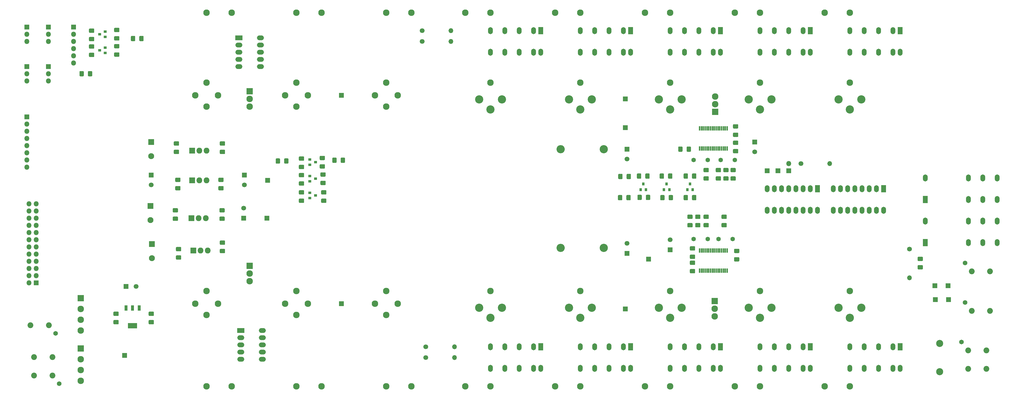
<source format=gts>
%TF.GenerationSoftware,KiCad,Pcbnew,(5.1.6-0-10_14)*%
%TF.CreationDate,2021-04-04T14:44:52-05:00*%
%TF.ProjectId,preamp_controller1,70726561-6d70-45f6-936f-6e74726f6c6c,Rev. 01*%
%TF.SameCoordinates,Original*%
%TF.FileFunction,Soldermask,Top*%
%TF.FilePolarity,Negative*%
%FSLAX46Y46*%
G04 Gerber Fmt 4.6, Leading zero omitted, Abs format (unit mm)*
G04 Created by KiCad (PCBNEW (5.1.6-0-10_14)) date 2021-04-04 14:44:52*
%MOMM*%
%LPD*%
G01*
G04 APERTURE LIST*
%ADD10C,2.300000*%
%ADD11R,1.800000X1.800000*%
%ADD12O,1.800000X1.800000*%
%ADD13C,2.050000*%
%ADD14C,1.650000*%
%ADD15C,2.900000*%
%ADD16R,2.100000X2.100000*%
%ADD17C,2.100000*%
%ADD18R,1.700000X1.700000*%
%ADD19C,1.700000*%
%ADD20C,1.600000*%
%ADD21R,2.300000X2.300000*%
%ADD22R,1.700000X2.500000*%
%ADD23O,1.700000X2.500000*%
%ADD24O,2.500000X1.700000*%
%ADD25R,2.500000X1.700000*%
%ADD26R,0.900000X1.000000*%
%ADD27R,1.000000X0.900000*%
%ADD28O,2.900000X2.900000*%
%ADD29O,1.700000X1.700000*%
%ADD30C,2.500000*%
%ADD31R,2.005000X2.100000*%
%ADD32O,2.005000X2.100000*%
%ADD33R,3.300000X1.850000*%
%ADD34R,1.050000X1.850000*%
%ADD35R,0.550000X1.625000*%
G04 APERTURE END LIST*
D10*
%TO.C,J19*%
X-106680000Y-32330000D03*
X-106680000Y-40830000D03*
X-110680000Y-36830000D03*
X-102680000Y-36830000D03*
%TD*%
D11*
%TO.C,TP15*%
X155350000Y-30480000D03*
%TD*%
%TO.C,TP14*%
X155526000Y-35384000D03*
%TD*%
%TO.C,TP13*%
X150700000Y-30480000D03*
%TD*%
%TO.C,TP12*%
X150876000Y-35384000D03*
%TD*%
%TO.C,TP4*%
X-135636000Y-55118000D03*
%TD*%
%TO.C,J10*%
X-166878000Y-29464000D03*
D12*
X-169418000Y-29464000D03*
X-166878000Y-26924000D03*
X-169418000Y-26924000D03*
X-166878000Y-24384000D03*
X-169418000Y-24384000D03*
X-166878000Y-21844000D03*
X-169418000Y-21844000D03*
X-166878000Y-19304000D03*
X-169418000Y-19304000D03*
X-166878000Y-16764000D03*
X-169418000Y-16764000D03*
X-166878000Y-14224000D03*
X-169418000Y-14224000D03*
X-166878000Y-11684000D03*
X-169418000Y-11684000D03*
X-166878000Y-9144000D03*
X-169418000Y-9144000D03*
X-166878000Y-6604000D03*
X-169418000Y-6604000D03*
X-166878000Y-4064000D03*
X-169418000Y-4064000D03*
X-166878000Y-1524000D03*
X-169418000Y-1524000D03*
%TD*%
D13*
%TO.C,J1*%
X-167640000Y-62230000D03*
X-167640000Y-55730000D03*
X-161140000Y-62230000D03*
X-161140000Y-55730000D03*
D14*
X-158790000Y-65150000D03*
%TD*%
D10*
%TO.C,J29*%
X-106680000Y66040000D03*
X-97790000Y66040000D03*
%TD*%
%TO.C,J44*%
X-6350000Y41330000D03*
D15*
X-6350000Y31830000D03*
X-2350000Y35330000D03*
X-10350000Y35330000D03*
%TD*%
D10*
%TO.C,J17*%
X-43180000Y-32330000D03*
X-43180000Y-40830000D03*
X-47180000Y-36830000D03*
X-39180000Y-36830000D03*
%TD*%
%TO.C,J18*%
X-74930000Y-32330000D03*
X-74930000Y-40830000D03*
X-78930000Y-36830000D03*
X-70930000Y-36830000D03*
%TD*%
%TO.C,J23*%
X-43180000Y41330000D03*
X-43180000Y32830000D03*
X-47180000Y36830000D03*
X-39180000Y36830000D03*
%TD*%
%TO.C,J24*%
X-74930000Y41330000D03*
X-74930000Y32830000D03*
X-78930000Y36830000D03*
X-70930000Y36830000D03*
%TD*%
%TO.C,J25*%
X-106680000Y41330000D03*
X-106680000Y32830000D03*
X-110680000Y36830000D03*
X-102680000Y36830000D03*
%TD*%
%TO.C,J35*%
X120650000Y-32330000D03*
D15*
X120650000Y-41830000D03*
X124650000Y-38330000D03*
X116650000Y-38330000D03*
%TD*%
D10*
%TO.C,J36*%
X88900000Y-32330000D03*
D15*
X88900000Y-41830000D03*
X92900000Y-38330000D03*
X84900000Y-38330000D03*
%TD*%
D10*
%TO.C,J37*%
X57150000Y-32330000D03*
D15*
X57150000Y-41830000D03*
X61150000Y-38330000D03*
X53150000Y-38330000D03*
%TD*%
D10*
%TO.C,J38*%
X25400000Y-32330000D03*
D15*
X25400000Y-41830000D03*
X29400000Y-38330000D03*
X21400000Y-38330000D03*
%TD*%
D10*
%TO.C,J39*%
X-6350000Y-32330000D03*
D15*
X-6350000Y-41830000D03*
X-2350000Y-38330000D03*
X-10350000Y-38330000D03*
%TD*%
D10*
%TO.C,J40*%
X120650000Y41330000D03*
D15*
X120650000Y31830000D03*
X124650000Y35330000D03*
X116650000Y35330000D03*
%TD*%
D10*
%TO.C,J41*%
X88900000Y41330000D03*
D15*
X88900000Y31830000D03*
X92900000Y35330000D03*
X84900000Y35330000D03*
%TD*%
D10*
%TO.C,J42*%
X57150000Y41330000D03*
D15*
X57150000Y31830000D03*
X61150000Y35330000D03*
X53150000Y35330000D03*
%TD*%
D10*
%TO.C,J43*%
X25400000Y41330000D03*
D15*
X25400000Y31830000D03*
X29400000Y35330000D03*
X21400000Y35330000D03*
%TD*%
%TO.C,C34*%
G36*
G01*
X-102257456Y4736000D02*
X-100942544Y4736000D01*
G75*
G02*
X-100675000Y4468456I0J-267544D01*
G01*
X-100675000Y3478544D01*
G75*
G02*
X-100942544Y3211000I-267544J0D01*
G01*
X-102257456Y3211000D01*
G75*
G02*
X-102525000Y3478544I0J267544D01*
G01*
X-102525000Y4468456D01*
G75*
G02*
X-102257456Y4736000I267544J0D01*
G01*
G37*
G36*
G01*
X-102257456Y7711000D02*
X-100942544Y7711000D01*
G75*
G02*
X-100675000Y7443456I0J-267544D01*
G01*
X-100675000Y6453544D01*
G75*
G02*
X-100942544Y6186000I-267544J0D01*
G01*
X-102257456Y6186000D01*
G75*
G02*
X-102525000Y6453544I0J267544D01*
G01*
X-102525000Y7443456D01*
G75*
G02*
X-102257456Y7711000I267544J0D01*
G01*
G37*
%TD*%
%TO.C,C33*%
G36*
G01*
X-100561544Y-4609000D02*
X-101876456Y-4609000D01*
G75*
G02*
X-102144000Y-4341456I0J267544D01*
G01*
X-102144000Y-3351544D01*
G75*
G02*
X-101876456Y-3084000I267544J0D01*
G01*
X-100561544Y-3084000D01*
G75*
G02*
X-100294000Y-3351544I0J-267544D01*
G01*
X-100294000Y-4341456D01*
G75*
G02*
X-100561544Y-4609000I-267544J0D01*
G01*
G37*
G36*
G01*
X-100561544Y-7584000D02*
X-101876456Y-7584000D01*
G75*
G02*
X-102144000Y-7316456I0J267544D01*
G01*
X-102144000Y-6326544D01*
G75*
G02*
X-101876456Y-6059000I267544J0D01*
G01*
X-100561544Y-6059000D01*
G75*
G02*
X-100294000Y-6326544I0J-267544D01*
G01*
X-100294000Y-7316456D01*
G75*
G02*
X-100561544Y-7584000I-267544J0D01*
G01*
G37*
%TD*%
%TO.C,C32*%
G36*
G01*
X-100434544Y19013000D02*
X-101749456Y19013000D01*
G75*
G02*
X-102017000Y19280544I0J267544D01*
G01*
X-102017000Y20270456D01*
G75*
G02*
X-101749456Y20538000I267544J0D01*
G01*
X-100434544Y20538000D01*
G75*
G02*
X-100167000Y20270456I0J-267544D01*
G01*
X-100167000Y19280544D01*
G75*
G02*
X-100434544Y19013000I-267544J0D01*
G01*
G37*
G36*
G01*
X-100434544Y16038000D02*
X-101749456Y16038000D01*
G75*
G02*
X-102017000Y16305544I0J267544D01*
G01*
X-102017000Y17295456D01*
G75*
G02*
X-101749456Y17563000I267544J0D01*
G01*
X-100434544Y17563000D01*
G75*
G02*
X-100167000Y17295456I0J-267544D01*
G01*
X-100167000Y16305544D01*
G75*
G02*
X-100434544Y16038000I-267544J0D01*
G01*
G37*
%TD*%
%TO.C,C31*%
G36*
G01*
X-117497456Y4736000D02*
X-116182544Y4736000D01*
G75*
G02*
X-115915000Y4468456I0J-267544D01*
G01*
X-115915000Y3478544D01*
G75*
G02*
X-116182544Y3211000I-267544J0D01*
G01*
X-117497456Y3211000D01*
G75*
G02*
X-117765000Y3478544I0J267544D01*
G01*
X-117765000Y4468456D01*
G75*
G02*
X-117497456Y4736000I267544J0D01*
G01*
G37*
G36*
G01*
X-117497456Y7711000D02*
X-116182544Y7711000D01*
G75*
G02*
X-115915000Y7443456I0J-267544D01*
G01*
X-115915000Y6453544D01*
G75*
G02*
X-116182544Y6186000I-267544J0D01*
G01*
X-117497456Y6186000D01*
G75*
G02*
X-117765000Y6453544I0J267544D01*
G01*
X-117765000Y7443456D01*
G75*
G02*
X-117497456Y7711000I267544J0D01*
G01*
G37*
%TD*%
%TO.C,C30*%
G36*
G01*
X-101749456Y-17489000D02*
X-100434544Y-17489000D01*
G75*
G02*
X-100167000Y-17756544I0J-267544D01*
G01*
X-100167000Y-18746456D01*
G75*
G02*
X-100434544Y-19014000I-267544J0D01*
G01*
X-101749456Y-19014000D01*
G75*
G02*
X-102017000Y-18746456I0J267544D01*
G01*
X-102017000Y-17756544D01*
G75*
G02*
X-101749456Y-17489000I267544J0D01*
G01*
G37*
G36*
G01*
X-101749456Y-14514000D02*
X-100434544Y-14514000D01*
G75*
G02*
X-100167000Y-14781544I0J-267544D01*
G01*
X-100167000Y-15771456D01*
G75*
G02*
X-100434544Y-16039000I-267544J0D01*
G01*
X-101749456Y-16039000D01*
G75*
G02*
X-102017000Y-15771456I0J267544D01*
G01*
X-102017000Y-14781544D01*
G75*
G02*
X-101749456Y-14514000I267544J0D01*
G01*
G37*
%TD*%
%TO.C,C29*%
G36*
G01*
X-116690544Y19013000D02*
X-118005456Y19013000D01*
G75*
G02*
X-118273000Y19280544I0J267544D01*
G01*
X-118273000Y20270456D01*
G75*
G02*
X-118005456Y20538000I267544J0D01*
G01*
X-116690544Y20538000D01*
G75*
G02*
X-116423000Y20270456I0J-267544D01*
G01*
X-116423000Y19280544D01*
G75*
G02*
X-116690544Y19013000I-267544J0D01*
G01*
G37*
G36*
G01*
X-116690544Y16038000D02*
X-118005456Y16038000D01*
G75*
G02*
X-118273000Y16305544I0J267544D01*
G01*
X-118273000Y17295456D01*
G75*
G02*
X-118005456Y17563000I267544J0D01*
G01*
X-116690544Y17563000D01*
G75*
G02*
X-116423000Y17295456I0J-267544D01*
G01*
X-116423000Y16305544D01*
G75*
G02*
X-116690544Y16038000I-267544J0D01*
G01*
G37*
%TD*%
%TO.C,C28*%
G36*
G01*
X-117071544Y-4609000D02*
X-118386456Y-4609000D01*
G75*
G02*
X-118654000Y-4341456I0J267544D01*
G01*
X-118654000Y-3351544D01*
G75*
G02*
X-118386456Y-3084000I267544J0D01*
G01*
X-117071544Y-3084000D01*
G75*
G02*
X-116804000Y-3351544I0J-267544D01*
G01*
X-116804000Y-4341456D01*
G75*
G02*
X-117071544Y-4609000I-267544J0D01*
G01*
G37*
G36*
G01*
X-117071544Y-7584000D02*
X-118386456Y-7584000D01*
G75*
G02*
X-118654000Y-7316456I0J267544D01*
G01*
X-118654000Y-6326544D01*
G75*
G02*
X-118386456Y-6059000I267544J0D01*
G01*
X-117071544Y-6059000D01*
G75*
G02*
X-116804000Y-6326544I0J-267544D01*
G01*
X-116804000Y-7316456D01*
G75*
G02*
X-117071544Y-7584000I-267544J0D01*
G01*
G37*
%TD*%
%TO.C,C19*%
G36*
G01*
X-117243456Y-19775000D02*
X-115928544Y-19775000D01*
G75*
G02*
X-115661000Y-20042544I0J-267544D01*
G01*
X-115661000Y-21032456D01*
G75*
G02*
X-115928544Y-21300000I-267544J0D01*
G01*
X-117243456Y-21300000D01*
G75*
G02*
X-117511000Y-21032456I0J267544D01*
G01*
X-117511000Y-20042544D01*
G75*
G02*
X-117243456Y-19775000I267544J0D01*
G01*
G37*
G36*
G01*
X-117243456Y-16800000D02*
X-115928544Y-16800000D01*
G75*
G02*
X-115661000Y-17067544I0J-267544D01*
G01*
X-115661000Y-18057456D01*
G75*
G02*
X-115928544Y-18325000I-267544J0D01*
G01*
X-117243456Y-18325000D01*
G75*
G02*
X-117511000Y-18057456I0J267544D01*
G01*
X-117511000Y-17067544D01*
G75*
G02*
X-117243456Y-16800000I267544J0D01*
G01*
G37*
%TD*%
D16*
%TO.C,C1*%
X-126492000Y-2286000D03*
D17*
X-126492000Y-7286000D03*
%TD*%
%TO.C,C2*%
X-126238000Y15320000D03*
D16*
X-126238000Y20320000D03*
%TD*%
%TO.C,C3*%
X-125984000Y-15748000D03*
D17*
X-125984000Y-20748000D03*
%TD*%
D18*
%TO.C,C4*%
X-126238000Y8636000D03*
D19*
X-126238000Y5136000D03*
%TD*%
D18*
%TO.C,C5*%
X41910000Y-19050000D03*
D19*
X41910000Y-15550000D03*
%TD*%
%TO.C,C6*%
X-93599000Y-3104000D03*
D18*
X-93599000Y-6604000D03*
%TD*%
%TO.C,C7*%
X41910000Y17780000D03*
D19*
X41910000Y14280000D03*
%TD*%
%TO.C,C8*%
X-93345000Y5136000D03*
D18*
X-93345000Y8636000D03*
%TD*%
%TO.C,C9*%
G36*
G01*
X-126895456Y-42635000D02*
X-125580544Y-42635000D01*
G75*
G02*
X-125313000Y-42902544I0J-267544D01*
G01*
X-125313000Y-43892456D01*
G75*
G02*
X-125580544Y-44160000I-267544J0D01*
G01*
X-126895456Y-44160000D01*
G75*
G02*
X-127163000Y-43892456I0J267544D01*
G01*
X-127163000Y-42902544D01*
G75*
G02*
X-126895456Y-42635000I267544J0D01*
G01*
G37*
G36*
G01*
X-126895456Y-39660000D02*
X-125580544Y-39660000D01*
G75*
G02*
X-125313000Y-39927544I0J-267544D01*
G01*
X-125313000Y-40917456D01*
G75*
G02*
X-125580544Y-41185000I-267544J0D01*
G01*
X-126895456Y-41185000D01*
G75*
G02*
X-127163000Y-40917456I0J267544D01*
G01*
X-127163000Y-39927544D01*
G75*
G02*
X-126895456Y-39660000I267544J0D01*
G01*
G37*
%TD*%
%TO.C,C10*%
G36*
G01*
X-139341456Y-39660000D02*
X-138026544Y-39660000D01*
G75*
G02*
X-137759000Y-39927544I0J-267544D01*
G01*
X-137759000Y-40917456D01*
G75*
G02*
X-138026544Y-41185000I-267544J0D01*
G01*
X-139341456Y-41185000D01*
G75*
G02*
X-139609000Y-40917456I0J267544D01*
G01*
X-139609000Y-39927544D01*
G75*
G02*
X-139341456Y-39660000I267544J0D01*
G01*
G37*
G36*
G01*
X-139341456Y-42635000D02*
X-138026544Y-42635000D01*
G75*
G02*
X-137759000Y-42902544I0J-267544D01*
G01*
X-137759000Y-43892456D01*
G75*
G02*
X-138026544Y-44160000I-267544J0D01*
G01*
X-139341456Y-44160000D01*
G75*
G02*
X-139609000Y-43892456I0J267544D01*
G01*
X-139609000Y-42902544D01*
G75*
G02*
X-139341456Y-42635000I267544J0D01*
G01*
G37*
%TD*%
D19*
%TO.C,C11*%
X-131628000Y-30734000D03*
D18*
X-135128000Y-30734000D03*
%TD*%
D20*
%TO.C,C12*%
X74208000Y-13970000D03*
X79208000Y-13970000D03*
%TD*%
%TO.C,C13*%
X65445000Y-13970000D03*
X70445000Y-13970000D03*
%TD*%
%TO.C,C14*%
X65445000Y13970000D03*
X70445000Y13970000D03*
%TD*%
%TO.C,C15*%
X74970000Y13970000D03*
X79970000Y13970000D03*
%TD*%
%TO.C,C16*%
G36*
G01*
X65681456Y-23151000D02*
X64366544Y-23151000D01*
G75*
G02*
X64099000Y-22883456I0J267544D01*
G01*
X64099000Y-21893544D01*
G75*
G02*
X64366544Y-21626000I267544J0D01*
G01*
X65681456Y-21626000D01*
G75*
G02*
X65949000Y-21893544I0J-267544D01*
G01*
X65949000Y-22883456D01*
G75*
G02*
X65681456Y-23151000I-267544J0D01*
G01*
G37*
G36*
G01*
X65681456Y-26126000D02*
X64366544Y-26126000D01*
G75*
G02*
X64099000Y-25858456I0J267544D01*
G01*
X64099000Y-24868544D01*
G75*
G02*
X64366544Y-24601000I267544J0D01*
G01*
X65681456Y-24601000D01*
G75*
G02*
X65949000Y-24868544I0J-267544D01*
G01*
X65949000Y-25858456D01*
G75*
G02*
X65681456Y-26126000I-267544J0D01*
G01*
G37*
%TD*%
%TO.C,C17*%
G36*
G01*
X79606544Y26597500D02*
X80921456Y26597500D01*
G75*
G02*
X81189000Y26329956I0J-267544D01*
G01*
X81189000Y25340044D01*
G75*
G02*
X80921456Y25072500I-267544J0D01*
G01*
X79606544Y25072500D01*
G75*
G02*
X79339000Y25340044I0J267544D01*
G01*
X79339000Y26329956D01*
G75*
G02*
X79606544Y26597500I267544J0D01*
G01*
G37*
G36*
G01*
X79606544Y23622500D02*
X80921456Y23622500D01*
G75*
G02*
X81189000Y23354956I0J-267544D01*
G01*
X81189000Y22365044D01*
G75*
G02*
X80921456Y22097500I-267544J0D01*
G01*
X79606544Y22097500D01*
G75*
G02*
X79339000Y22365044I0J267544D01*
G01*
X79339000Y23354956D01*
G75*
G02*
X79606544Y23622500I267544J0D01*
G01*
G37*
%TD*%
%TO.C,C18*%
G36*
G01*
X144845543Y-20251001D02*
X146160455Y-20251001D01*
G75*
G02*
X146427999Y-20518545I0J-267544D01*
G01*
X146427999Y-21508457D01*
G75*
G02*
X146160455Y-21776001I-267544J0D01*
G01*
X144845543Y-21776001D01*
G75*
G02*
X144577999Y-21508457I0J267544D01*
G01*
X144577999Y-20518545D01*
G75*
G02*
X144845543Y-20251001I267544J0D01*
G01*
G37*
G36*
G01*
X144845543Y-23226001D02*
X146160455Y-23226001D01*
G75*
G02*
X146427999Y-23493545I0J-267544D01*
G01*
X146427999Y-24483457D01*
G75*
G02*
X146160455Y-24751001I-267544J0D01*
G01*
X144845543Y-24751001D01*
G75*
G02*
X144577999Y-24483457I0J267544D01*
G01*
X144577999Y-23493545D01*
G75*
G02*
X144845543Y-23226001I267544J0D01*
G01*
G37*
%TD*%
D19*
%TO.C,C20*%
X57150000Y-14280000D03*
D18*
X57150000Y-17780000D03*
%TD*%
%TO.C,C23*%
X86995000Y20320000D03*
D19*
X86995000Y16820000D03*
%TD*%
D14*
%TO.C,J2*%
X-160060000Y-47370000D03*
D13*
X-162410000Y-44450000D03*
X-168910000Y-44450000D03*
%TD*%
D14*
%TO.C,J3*%
X160060000Y-50420000D03*
D13*
X162410000Y-59840000D03*
X162410000Y-53340000D03*
X168910000Y-59840000D03*
X168910000Y-53340000D03*
%TD*%
%TO.C,J4*%
X170180000Y-39370000D03*
X163680000Y-39370000D03*
D14*
X161330000Y-36450000D03*
%TD*%
%TO.C,J5*%
X161330000Y-22480000D03*
D13*
X163680000Y-25400000D03*
X170180000Y-25400000D03*
%TD*%
D12*
%TO.C,J6*%
X-170180000Y55880000D03*
X-170180000Y58420000D03*
D11*
X-170180000Y60960000D03*
%TD*%
%TO.C,J7*%
X-170180000Y46990000D03*
D12*
X-170180000Y44450000D03*
X-170180000Y41910000D03*
%TD*%
%TO.C,J8*%
X-162560000Y55880000D03*
X-162560000Y58420000D03*
D11*
X-162560000Y60960000D03*
%TD*%
%TO.C,J9*%
X-162560000Y46990000D03*
D12*
X-162560000Y44450000D03*
X-162560000Y41910000D03*
%TD*%
D10*
%TO.C,J11*%
X72898000Y-41308000D03*
X72898000Y-38608000D03*
D21*
X72898000Y-35908000D03*
%TD*%
D10*
%TO.C,J12*%
X73025000Y36355000D03*
X73025000Y33655000D03*
D21*
X73025000Y30955000D03*
%TD*%
%TO.C,J13*%
X-91440000Y-23495000D03*
D10*
X-91440000Y-26195000D03*
X-91440000Y-28895000D03*
%TD*%
D21*
%TO.C,J14*%
X-91440000Y38260000D03*
D10*
X-91440000Y35560000D03*
X-91440000Y32860000D03*
%TD*%
D11*
%TO.C,J15*%
X99060000Y10160000D03*
D12*
X99060000Y12700000D03*
%TD*%
D11*
%TO.C,J16*%
X-170180000Y29210000D03*
D12*
X-170180000Y26670000D03*
X-170180000Y24130000D03*
X-170180000Y21590000D03*
X-170180000Y19050000D03*
X-170180000Y16510000D03*
X-170180000Y13970000D03*
X-170180000Y11430000D03*
%TD*%
D10*
%TO.C,J20*%
X-43180000Y-66040000D03*
X-34290000Y-66040000D03*
%TD*%
%TO.C,J21*%
X-74930000Y-66040000D03*
X-66040000Y-66040000D03*
%TD*%
%TO.C,J22*%
X-97790000Y-66040000D03*
X-106680000Y-66040000D03*
%TD*%
D11*
%TO.C,J26*%
X-153670000Y60960000D03*
D12*
X-153670000Y58420000D03*
X-153670000Y55880000D03*
X-153670000Y53340000D03*
X-153670000Y50800000D03*
X-153670000Y48260000D03*
%TD*%
D10*
%TO.C,J27*%
X-34290000Y66040000D03*
X-43180000Y66040000D03*
%TD*%
%TO.C,J28*%
X-66040000Y66040000D03*
X-74930000Y66040000D03*
%TD*%
%TO.C,J30*%
X-15240000Y-66040000D03*
X-6350000Y-66040000D03*
%TD*%
%TO.C,J31*%
X88900000Y-66040000D03*
X80010000Y-66040000D03*
%TD*%
%TO.C,J32*%
X48260000Y-66040000D03*
X57150000Y-66040000D03*
%TD*%
%TO.C,J33*%
X25400000Y-66040000D03*
X16510000Y-66040000D03*
%TD*%
%TO.C,J34*%
X111760000Y-66040000D03*
X120650000Y-66040000D03*
%TD*%
%TO.C,J45*%
X120650000Y66040000D03*
X111760000Y66040000D03*
%TD*%
%TO.C,J46*%
X80010000Y66040000D03*
X88900000Y66040000D03*
%TD*%
%TO.C,J47*%
X57150000Y66040000D03*
X48260000Y66040000D03*
%TD*%
%TO.C,J48*%
X16510000Y66040000D03*
X25400000Y66040000D03*
%TD*%
%TO.C,J49*%
X-6350000Y66040000D03*
X-15240000Y66040000D03*
%TD*%
D22*
%TO.C,K1*%
X147320000Y0D03*
D23*
X167640000Y7620000D03*
X167640000Y0D03*
X172720000Y0D03*
X162560000Y7620000D03*
X172720000Y7620000D03*
X147320000Y7620000D03*
X162560000Y0D03*
%TD*%
D24*
%TO.C,K2*%
X-94615000Y-56515000D03*
X-86995000Y-48895000D03*
X-94615000Y-53975000D03*
X-86995000Y-51435000D03*
X-94615000Y-51435000D03*
X-86995000Y-53975000D03*
X-94615000Y-48895000D03*
X-86995000Y-46355000D03*
D25*
X-94615000Y-46355000D03*
D24*
X-86995000Y-56515000D03*
%TD*%
D23*
%TO.C,K3*%
X162560000Y-15240000D03*
X147320000Y-7620000D03*
X172720000Y-7620000D03*
X162560000Y-7620000D03*
X172720000Y-15240000D03*
X167640000Y-15240000D03*
X167640000Y-7620000D03*
D22*
X147320000Y-15240000D03*
%TD*%
D24*
%TO.C,K4*%
X-87630000Y46990000D03*
D25*
X-95250000Y57150000D03*
D24*
X-87630000Y57150000D03*
X-95250000Y54610000D03*
X-87630000Y49530000D03*
X-95250000Y52070000D03*
X-87630000Y52070000D03*
X-95250000Y49530000D03*
X-87630000Y54610000D03*
X-95250000Y46990000D03*
%TD*%
D23*
%TO.C,K5*%
X120650000Y-59690000D03*
X135890000Y-52070000D03*
X125730000Y-59690000D03*
X130810000Y-52070000D03*
X130810000Y-59690000D03*
X125730000Y-52070000D03*
X135890000Y-59690000D03*
X120650000Y-52070000D03*
X138430000Y-59690000D03*
D22*
X138430000Y-52070000D03*
%TD*%
%TO.C,K6*%
X106680000Y-52070000D03*
D23*
X106680000Y-59690000D03*
X88900000Y-52070000D03*
X104140000Y-59690000D03*
X93980000Y-52070000D03*
X99060000Y-59690000D03*
X99060000Y-52070000D03*
X93980000Y-59690000D03*
X104140000Y-52070000D03*
X88900000Y-59690000D03*
%TD*%
%TO.C,K7*%
X57150000Y-59690000D03*
X72390000Y-52070000D03*
X62230000Y-59690000D03*
X67310000Y-52070000D03*
X67310000Y-59690000D03*
X62230000Y-52070000D03*
X72390000Y-59690000D03*
X57150000Y-52070000D03*
X74930000Y-59690000D03*
D22*
X74930000Y-52070000D03*
%TD*%
%TO.C,K8*%
X43180000Y-52070000D03*
D23*
X43180000Y-59690000D03*
X25400000Y-52070000D03*
X40640000Y-59690000D03*
X30480000Y-52070000D03*
X35560000Y-59690000D03*
X35560000Y-52070000D03*
X30480000Y-59690000D03*
X40640000Y-52070000D03*
X25400000Y-59690000D03*
%TD*%
%TO.C,K9*%
X-6350000Y-59690000D03*
X8890000Y-52070000D03*
X-1270000Y-59690000D03*
X3810000Y-52070000D03*
X3810000Y-59690000D03*
X-1270000Y-52070000D03*
X8890000Y-59690000D03*
X-6350000Y-52070000D03*
X11430000Y-59690000D03*
D22*
X11430000Y-52070000D03*
%TD*%
%TO.C,K10*%
X138430000Y59690000D03*
D23*
X138430000Y52070000D03*
X120650000Y59690000D03*
X135890000Y52070000D03*
X125730000Y59690000D03*
X130810000Y52070000D03*
X130810000Y59690000D03*
X125730000Y52070000D03*
X135890000Y59690000D03*
X120650000Y52070000D03*
%TD*%
%TO.C,K11*%
X88900000Y52070000D03*
X104140000Y59690000D03*
X93980000Y52070000D03*
X99060000Y59690000D03*
X99060000Y52070000D03*
X93980000Y59690000D03*
X104140000Y52070000D03*
X88900000Y59690000D03*
X106680000Y52070000D03*
D22*
X106680000Y59690000D03*
%TD*%
%TO.C,K12*%
X74930000Y59690000D03*
D23*
X74930000Y52070000D03*
X57150000Y59690000D03*
X72390000Y52070000D03*
X62230000Y59690000D03*
X67310000Y52070000D03*
X67310000Y59690000D03*
X62230000Y52070000D03*
X72390000Y59690000D03*
X57150000Y52070000D03*
%TD*%
%TO.C,K13*%
X25400000Y52070000D03*
X40640000Y59690000D03*
X30480000Y52070000D03*
X35560000Y59690000D03*
X35560000Y52070000D03*
X30480000Y59690000D03*
X40640000Y52070000D03*
X25400000Y59690000D03*
X43180000Y52070000D03*
D22*
X43180000Y59690000D03*
%TD*%
%TO.C,K14*%
X11430000Y59690000D03*
D23*
X11430000Y52070000D03*
X-6350000Y59690000D03*
X8890000Y52070000D03*
X-1270000Y59690000D03*
X3810000Y52070000D03*
X3810000Y59690000D03*
X-1270000Y52070000D03*
X8890000Y59690000D03*
X-6350000Y52070000D03*
%TD*%
D26*
%TO.C,Q1*%
X63185000Y3445000D03*
X65085000Y3445000D03*
X64135000Y5445000D03*
%TD*%
%TO.C,Q2*%
X54930000Y3445000D03*
X56830000Y3445000D03*
X55880000Y5445000D03*
%TD*%
%TO.C,Q3*%
X47625000Y5445000D03*
X48575000Y3445000D03*
X46675000Y3445000D03*
%TD*%
D27*
%TO.C,Q4*%
X-142510000Y57470000D03*
X-142510000Y59370000D03*
X-144510000Y58420000D03*
%TD*%
%TO.C,Q5*%
X-144510000Y52705000D03*
X-142510000Y53655000D03*
X-142510000Y51755000D03*
%TD*%
%TO.C,Q6*%
X-68215000Y1397000D03*
X-70215000Y447000D03*
X-70215000Y2347000D03*
%TD*%
%TO.C,Q7*%
X-68215000Y13208000D03*
X-70215000Y12258000D03*
X-70215000Y14158000D03*
%TD*%
%TO.C,Q8*%
X-70215000Y8316000D03*
X-70215000Y6416000D03*
X-68215000Y7366000D03*
%TD*%
D15*
%TO.C,R1*%
X33655000Y-17145000D03*
D28*
X18415000Y-17145000D03*
%TD*%
%TO.C,R2*%
X18415000Y17780000D03*
D15*
X33655000Y17780000D03*
%TD*%
%TO.C,R3*%
G36*
G01*
X64860000Y-22456D02*
X64860000Y1292456D01*
G75*
G02*
X65127544Y1560000I267544J0D01*
G01*
X66117456Y1560000D01*
G75*
G02*
X66385000Y1292456I0J-267544D01*
G01*
X66385000Y-22456D01*
G75*
G02*
X66117456Y-290000I-267544J0D01*
G01*
X65127544Y-290000D01*
G75*
G02*
X64860000Y-22456I0J267544D01*
G01*
G37*
G36*
G01*
X61885000Y-22456D02*
X61885000Y1292456D01*
G75*
G02*
X62152544Y1560000I267544J0D01*
G01*
X63142456Y1560000D01*
G75*
G02*
X63410000Y1292456I0J-267544D01*
G01*
X63410000Y-22456D01*
G75*
G02*
X63142456Y-290000I-267544J0D01*
G01*
X62152544Y-290000D01*
G75*
G02*
X61885000Y-22456I0J267544D01*
G01*
G37*
%TD*%
%TO.C,R4*%
G36*
G01*
X56605000Y-22456D02*
X56605000Y1292456D01*
G75*
G02*
X56872544Y1560000I267544J0D01*
G01*
X57862456Y1560000D01*
G75*
G02*
X58130000Y1292456I0J-267544D01*
G01*
X58130000Y-22456D01*
G75*
G02*
X57862456Y-290000I-267544J0D01*
G01*
X56872544Y-290000D01*
G75*
G02*
X56605000Y-22456I0J267544D01*
G01*
G37*
G36*
G01*
X53630000Y-22456D02*
X53630000Y1292456D01*
G75*
G02*
X53897544Y1560000I267544J0D01*
G01*
X54887456Y1560000D01*
G75*
G02*
X55155000Y1292456I0J-267544D01*
G01*
X55155000Y-22456D01*
G75*
G02*
X54887456Y-290000I-267544J0D01*
G01*
X53897544Y-290000D01*
G75*
G02*
X53630000Y-22456I0J267544D01*
G01*
G37*
%TD*%
%TO.C,R5*%
G36*
G01*
X45570001Y52543D02*
X45570001Y1367455D01*
G75*
G02*
X45837545Y1634999I267544J0D01*
G01*
X46827457Y1634999D01*
G75*
G02*
X47095001Y1367455I0J-267544D01*
G01*
X47095001Y52543D01*
G75*
G02*
X46827457Y-215001I-267544J0D01*
G01*
X45837545Y-215001D01*
G75*
G02*
X45570001Y52543I0J267544D01*
G01*
G37*
G36*
G01*
X48545001Y52543D02*
X48545001Y1367455D01*
G75*
G02*
X48812545Y1634999I267544J0D01*
G01*
X49802457Y1634999D01*
G75*
G02*
X50070001Y1367455I0J-267544D01*
G01*
X50070001Y52543D01*
G75*
G02*
X49802457Y-215001I-267544J0D01*
G01*
X48812545Y-215001D01*
G75*
G02*
X48545001Y52543I0J267544D01*
G01*
G37*
%TD*%
%TO.C,R6*%
G36*
G01*
X61885000Y7597544D02*
X61885000Y8912456D01*
G75*
G02*
X62152544Y9180000I267544J0D01*
G01*
X63142456Y9180000D01*
G75*
G02*
X63410000Y8912456I0J-267544D01*
G01*
X63410000Y7597544D01*
G75*
G02*
X63142456Y7330000I-267544J0D01*
G01*
X62152544Y7330000D01*
G75*
G02*
X61885000Y7597544I0J267544D01*
G01*
G37*
G36*
G01*
X64860000Y7597544D02*
X64860000Y8912456D01*
G75*
G02*
X65127544Y9180000I267544J0D01*
G01*
X66117456Y9180000D01*
G75*
G02*
X66385000Y8912456I0J-267544D01*
G01*
X66385000Y7597544D01*
G75*
G02*
X66117456Y7330000I-267544J0D01*
G01*
X65127544Y7330000D01*
G75*
G02*
X64860000Y7597544I0J267544D01*
G01*
G37*
%TD*%
%TO.C,R7*%
G36*
G01*
X53412500Y7597544D02*
X53412500Y8912456D01*
G75*
G02*
X53680044Y9180000I267544J0D01*
G01*
X54669956Y9180000D01*
G75*
G02*
X54937500Y8912456I0J-267544D01*
G01*
X54937500Y7597544D01*
G75*
G02*
X54669956Y7330000I-267544J0D01*
G01*
X53680044Y7330000D01*
G75*
G02*
X53412500Y7597544I0J267544D01*
G01*
G37*
G36*
G01*
X56387500Y7597544D02*
X56387500Y8912456D01*
G75*
G02*
X56655044Y9180000I267544J0D01*
G01*
X57644956Y9180000D01*
G75*
G02*
X57912500Y8912456I0J-267544D01*
G01*
X57912500Y7597544D01*
G75*
G02*
X57644956Y7330000I-267544J0D01*
G01*
X56655044Y7330000D01*
G75*
G02*
X56387500Y7597544I0J267544D01*
G01*
G37*
%TD*%
%TO.C,R8*%
G36*
G01*
X45375000Y7597544D02*
X45375000Y8912456D01*
G75*
G02*
X45642544Y9180000I267544J0D01*
G01*
X46632456Y9180000D01*
G75*
G02*
X46900000Y8912456I0J-267544D01*
G01*
X46900000Y7597544D01*
G75*
G02*
X46632456Y7330000I-267544J0D01*
G01*
X45642544Y7330000D01*
G75*
G02*
X45375000Y7597544I0J267544D01*
G01*
G37*
G36*
G01*
X48350000Y7597544D02*
X48350000Y8912456D01*
G75*
G02*
X48617544Y9180000I267544J0D01*
G01*
X49607456Y9180000D01*
G75*
G02*
X49875000Y8912456I0J-267544D01*
G01*
X49875000Y7597544D01*
G75*
G02*
X49607456Y7330000I-267544J0D01*
G01*
X48617544Y7330000D01*
G75*
G02*
X48350000Y7597544I0J267544D01*
G01*
G37*
%TD*%
%TO.C,R9*%
G36*
G01*
X75542544Y-8345000D02*
X76857456Y-8345000D01*
G75*
G02*
X77125000Y-8612544I0J-267544D01*
G01*
X77125000Y-9602456D01*
G75*
G02*
X76857456Y-9870000I-267544J0D01*
G01*
X75542544Y-9870000D01*
G75*
G02*
X75275000Y-9602456I0J267544D01*
G01*
X75275000Y-8612544D01*
G75*
G02*
X75542544Y-8345000I267544J0D01*
G01*
G37*
G36*
G01*
X75542544Y-5370000D02*
X76857456Y-5370000D01*
G75*
G02*
X77125000Y-5637544I0J-267544D01*
G01*
X77125000Y-6627456D01*
G75*
G02*
X76857456Y-6895000I-267544J0D01*
G01*
X75542544Y-6895000D01*
G75*
G02*
X75275000Y-6627456I0J267544D01*
G01*
X75275000Y-5637544D01*
G75*
G02*
X75542544Y-5370000I267544J0D01*
G01*
G37*
%TD*%
%TO.C,R10*%
G36*
G01*
X81302456Y-18960000D02*
X79987544Y-18960000D01*
G75*
G02*
X79720000Y-18692456I0J267544D01*
G01*
X79720000Y-17702544D01*
G75*
G02*
X79987544Y-17435000I267544J0D01*
G01*
X81302456Y-17435000D01*
G75*
G02*
X81570000Y-17702544I0J-267544D01*
G01*
X81570000Y-18692456D01*
G75*
G02*
X81302456Y-18960000I-267544J0D01*
G01*
G37*
G36*
G01*
X81302456Y-21935000D02*
X79987544Y-21935000D01*
G75*
G02*
X79720000Y-21667456I0J267544D01*
G01*
X79720000Y-20677544D01*
G75*
G02*
X79987544Y-20410000I267544J0D01*
G01*
X81302456Y-20410000D01*
G75*
G02*
X81570000Y-20677544I0J-267544D01*
G01*
X81570000Y-21667456D01*
G75*
G02*
X81302456Y-21935000I-267544J0D01*
G01*
G37*
%TD*%
%TO.C,R11*%
G36*
G01*
X70507456Y9615000D02*
X69192544Y9615000D01*
G75*
G02*
X68925000Y9882544I0J267544D01*
G01*
X68925000Y10872456D01*
G75*
G02*
X69192544Y11140000I267544J0D01*
G01*
X70507456Y11140000D01*
G75*
G02*
X70775000Y10872456I0J-267544D01*
G01*
X70775000Y9882544D01*
G75*
G02*
X70507456Y9615000I-267544J0D01*
G01*
G37*
G36*
G01*
X70507456Y6640000D02*
X69192544Y6640000D01*
G75*
G02*
X68925000Y6907544I0J267544D01*
G01*
X68925000Y7897456D01*
G75*
G02*
X69192544Y8165000I267544J0D01*
G01*
X70507456Y8165000D01*
G75*
G02*
X70775000Y7897456I0J-267544D01*
G01*
X70775000Y6907544D01*
G75*
G02*
X70507456Y6640000I-267544J0D01*
G01*
G37*
%TD*%
%TO.C,R12*%
G36*
G01*
X59980000Y17122544D02*
X59980000Y18437456D01*
G75*
G02*
X60247544Y18705000I267544J0D01*
G01*
X61237456Y18705000D01*
G75*
G02*
X61505000Y18437456I0J-267544D01*
G01*
X61505000Y17122544D01*
G75*
G02*
X61237456Y16855000I-267544J0D01*
G01*
X60247544Y16855000D01*
G75*
G02*
X59980000Y17122544I0J267544D01*
G01*
G37*
G36*
G01*
X62955000Y17122544D02*
X62955000Y18437456D01*
G75*
G02*
X63222544Y18705000I267544J0D01*
G01*
X64212456Y18705000D01*
G75*
G02*
X64480000Y18437456I0J-267544D01*
G01*
X64480000Y17122544D01*
G75*
G02*
X64212456Y16855000I-267544J0D01*
G01*
X63222544Y16855000D01*
G75*
G02*
X62955000Y17122544I0J267544D01*
G01*
G37*
%TD*%
D29*
%TO.C,R13*%
X113538000Y12700000D03*
D19*
X103378000Y12700000D03*
%TD*%
%TO.C,R14*%
G36*
G01*
X-137772544Y56170000D02*
X-139087456Y56170000D01*
G75*
G02*
X-139355000Y56437544I0J267544D01*
G01*
X-139355000Y57427456D01*
G75*
G02*
X-139087456Y57695000I267544J0D01*
G01*
X-137772544Y57695000D01*
G75*
G02*
X-137505000Y57427456I0J-267544D01*
G01*
X-137505000Y56437544D01*
G75*
G02*
X-137772544Y56170000I-267544J0D01*
G01*
G37*
G36*
G01*
X-137772544Y59145000D02*
X-139087456Y59145000D01*
G75*
G02*
X-139355000Y59412544I0J267544D01*
G01*
X-139355000Y60402456D01*
G75*
G02*
X-139087456Y60670000I267544J0D01*
G01*
X-137772544Y60670000D01*
G75*
G02*
X-137505000Y60402456I0J-267544D01*
G01*
X-137505000Y59412544D01*
G75*
G02*
X-137772544Y59145000I-267544J0D01*
G01*
G37*
%TD*%
%TO.C,R15*%
G36*
G01*
X-137772544Y53430000D02*
X-139087456Y53430000D01*
G75*
G02*
X-139355000Y53697544I0J267544D01*
G01*
X-139355000Y54687456D01*
G75*
G02*
X-139087456Y54955000I267544J0D01*
G01*
X-137772544Y54955000D01*
G75*
G02*
X-137505000Y54687456I0J-267544D01*
G01*
X-137505000Y53697544D01*
G75*
G02*
X-137772544Y53430000I-267544J0D01*
G01*
G37*
G36*
G01*
X-137772544Y50455000D02*
X-139087456Y50455000D01*
G75*
G02*
X-139355000Y50722544I0J267544D01*
G01*
X-139355000Y51712456D01*
G75*
G02*
X-139087456Y51980000I267544J0D01*
G01*
X-137772544Y51980000D01*
G75*
G02*
X-137505000Y51712456I0J-267544D01*
G01*
X-137505000Y50722544D01*
G75*
G02*
X-137772544Y50455000I-267544J0D01*
G01*
G37*
%TD*%
%TO.C,R16*%
X-29210000Y-55880000D03*
D29*
X-19050000Y-55880000D03*
%TD*%
%TO.C,R17*%
G36*
G01*
X-147977456Y57441000D02*
X-146662544Y57441000D01*
G75*
G02*
X-146395000Y57173456I0J-267544D01*
G01*
X-146395000Y56183544D01*
G75*
G02*
X-146662544Y55916000I-267544J0D01*
G01*
X-147977456Y55916000D01*
G75*
G02*
X-148245000Y56183544I0J267544D01*
G01*
X-148245000Y57173456D01*
G75*
G02*
X-147977456Y57441000I267544J0D01*
G01*
G37*
G36*
G01*
X-147977456Y60416000D02*
X-146662544Y60416000D01*
G75*
G02*
X-146395000Y60148456I0J-267544D01*
G01*
X-146395000Y59158544D01*
G75*
G02*
X-146662544Y58891000I-267544J0D01*
G01*
X-147977456Y58891000D01*
G75*
G02*
X-148245000Y59158544I0J267544D01*
G01*
X-148245000Y60148456D01*
G75*
G02*
X-147977456Y60416000I267544J0D01*
G01*
G37*
%TD*%
%TO.C,R18*%
G36*
G01*
X-147977456Y54828000D02*
X-146662544Y54828000D01*
G75*
G02*
X-146395000Y54560456I0J-267544D01*
G01*
X-146395000Y53570544D01*
G75*
G02*
X-146662544Y53303000I-267544J0D01*
G01*
X-147977456Y53303000D01*
G75*
G02*
X-148245000Y53570544I0J267544D01*
G01*
X-148245000Y54560456D01*
G75*
G02*
X-147977456Y54828000I267544J0D01*
G01*
G37*
G36*
G01*
X-147977456Y51853000D02*
X-146662544Y51853000D01*
G75*
G02*
X-146395000Y51585456I0J-267544D01*
G01*
X-146395000Y50595544D01*
G75*
G02*
X-146662544Y50328000I-267544J0D01*
G01*
X-147977456Y50328000D01*
G75*
G02*
X-148245000Y50595544I0J267544D01*
G01*
X-148245000Y51585456D01*
G75*
G02*
X-147977456Y51853000I267544J0D01*
G01*
G37*
%TD*%
%TO.C,R19*%
X-19050000Y-52070000D03*
D19*
X-29210000Y-52070000D03*
%TD*%
%TO.C,R20*%
X-30480000Y55880000D03*
D29*
X-20320000Y55880000D03*
%TD*%
%TO.C,R21*%
X-20320000Y59690000D03*
D19*
X-30480000Y59690000D03*
%TD*%
%TO.C,R22*%
G36*
G01*
X-73809456Y291000D02*
X-72494544Y291000D01*
G75*
G02*
X-72227000Y23456I0J-267544D01*
G01*
X-72227000Y-966456D01*
G75*
G02*
X-72494544Y-1234000I-267544J0D01*
G01*
X-73809456Y-1234000D01*
G75*
G02*
X-74077000Y-966456I0J267544D01*
G01*
X-74077000Y23456D01*
G75*
G02*
X-73809456Y291000I267544J0D01*
G01*
G37*
G36*
G01*
X-73809456Y3266000D02*
X-72494544Y3266000D01*
G75*
G02*
X-72227000Y2998456I0J-267544D01*
G01*
X-72227000Y2008544D01*
G75*
G02*
X-72494544Y1741000I-267544J0D01*
G01*
X-73809456Y1741000D01*
G75*
G02*
X-74077000Y2008544I0J267544D01*
G01*
X-74077000Y2998456D01*
G75*
G02*
X-73809456Y3266000I267544J0D01*
G01*
G37*
%TD*%
%TO.C,R23*%
G36*
G01*
X-73809456Y15204000D02*
X-72494544Y15204000D01*
G75*
G02*
X-72227000Y14936456I0J-267544D01*
G01*
X-72227000Y13946544D01*
G75*
G02*
X-72494544Y13679000I-267544J0D01*
G01*
X-73809456Y13679000D01*
G75*
G02*
X-74077000Y13946544I0J267544D01*
G01*
X-74077000Y14936456D01*
G75*
G02*
X-73809456Y15204000I267544J0D01*
G01*
G37*
G36*
G01*
X-73809456Y12229000D02*
X-72494544Y12229000D01*
G75*
G02*
X-72227000Y11961456I0J-267544D01*
G01*
X-72227000Y10971544D01*
G75*
G02*
X-72494544Y10704000I-267544J0D01*
G01*
X-73809456Y10704000D01*
G75*
G02*
X-74077000Y10971544I0J267544D01*
G01*
X-74077000Y11961456D01*
G75*
G02*
X-73809456Y12229000I267544J0D01*
G01*
G37*
%TD*%
%TO.C,R24*%
G36*
G01*
X-73809456Y6387000D02*
X-72494544Y6387000D01*
G75*
G02*
X-72227000Y6119456I0J-267544D01*
G01*
X-72227000Y5129544D01*
G75*
G02*
X-72494544Y4862000I-267544J0D01*
G01*
X-73809456Y4862000D01*
G75*
G02*
X-74077000Y5129544I0J267544D01*
G01*
X-74077000Y6119456D01*
G75*
G02*
X-73809456Y6387000I267544J0D01*
G01*
G37*
G36*
G01*
X-73809456Y9362000D02*
X-72494544Y9362000D01*
G75*
G02*
X-72227000Y9094456I0J-267544D01*
G01*
X-72227000Y8104544D01*
G75*
G02*
X-72494544Y7837000I-267544J0D01*
G01*
X-73809456Y7837000D01*
G75*
G02*
X-74077000Y8104544I0J267544D01*
G01*
X-74077000Y9094456D01*
G75*
G02*
X-73809456Y9362000I267544J0D01*
G01*
G37*
%TD*%
%TO.C,R25*%
G36*
G01*
X-65935456Y3266000D02*
X-64620544Y3266000D01*
G75*
G02*
X-64353000Y2998456I0J-267544D01*
G01*
X-64353000Y2008544D01*
G75*
G02*
X-64620544Y1741000I-267544J0D01*
G01*
X-65935456Y1741000D01*
G75*
G02*
X-66203000Y2008544I0J267544D01*
G01*
X-66203000Y2998456D01*
G75*
G02*
X-65935456Y3266000I267544J0D01*
G01*
G37*
G36*
G01*
X-65935456Y291000D02*
X-64620544Y291000D01*
G75*
G02*
X-64353000Y23456I0J-267544D01*
G01*
X-64353000Y-966456D01*
G75*
G02*
X-64620544Y-1234000I-267544J0D01*
G01*
X-65935456Y-1234000D01*
G75*
G02*
X-66203000Y-966456I0J267544D01*
G01*
X-66203000Y23456D01*
G75*
G02*
X-65935456Y291000I267544J0D01*
G01*
G37*
%TD*%
%TO.C,R26*%
G36*
G01*
X-66443456Y12446500D02*
X-65128544Y12446500D01*
G75*
G02*
X-64861000Y12178956I0J-267544D01*
G01*
X-64861000Y11189044D01*
G75*
G02*
X-65128544Y10921500I-267544J0D01*
G01*
X-66443456Y10921500D01*
G75*
G02*
X-66711000Y11189044I0J267544D01*
G01*
X-66711000Y12178956D01*
G75*
G02*
X-66443456Y12446500I267544J0D01*
G01*
G37*
G36*
G01*
X-66443456Y15421500D02*
X-65128544Y15421500D01*
G75*
G02*
X-64861000Y15153956I0J-267544D01*
G01*
X-64861000Y14164044D01*
G75*
G02*
X-65128544Y13896500I-267544J0D01*
G01*
X-66443456Y13896500D01*
G75*
G02*
X-66711000Y14164044I0J267544D01*
G01*
X-66711000Y15153956D01*
G75*
G02*
X-66443456Y15421500I267544J0D01*
G01*
G37*
%TD*%
%TO.C,R27*%
G36*
G01*
X-66189456Y6604500D02*
X-64874544Y6604500D01*
G75*
G02*
X-64607000Y6336956I0J-267544D01*
G01*
X-64607000Y5347044D01*
G75*
G02*
X-64874544Y5079500I-267544J0D01*
G01*
X-66189456Y5079500D01*
G75*
G02*
X-66457000Y5347044I0J267544D01*
G01*
X-66457000Y6336956D01*
G75*
G02*
X-66189456Y6604500I267544J0D01*
G01*
G37*
G36*
G01*
X-66189456Y9579500D02*
X-64874544Y9579500D01*
G75*
G02*
X-64607000Y9311956I0J-267544D01*
G01*
X-64607000Y8322044D01*
G75*
G02*
X-64874544Y8054500I-267544J0D01*
G01*
X-66189456Y8054500D01*
G75*
G02*
X-66457000Y8322044I0J267544D01*
G01*
X-66457000Y9311956D01*
G75*
G02*
X-66189456Y9579500I267544J0D01*
G01*
G37*
%TD*%
%TO.C,R28*%
G36*
G01*
X64366544Y-16546000D02*
X65681456Y-16546000D01*
G75*
G02*
X65949000Y-16813544I0J-267544D01*
G01*
X65949000Y-17803456D01*
G75*
G02*
X65681456Y-18071000I-267544J0D01*
G01*
X64366544Y-18071000D01*
G75*
G02*
X64099000Y-17803456I0J267544D01*
G01*
X64099000Y-16813544D01*
G75*
G02*
X64366544Y-16546000I267544J0D01*
G01*
G37*
G36*
G01*
X64366544Y-19521000D02*
X65681456Y-19521000D01*
G75*
G02*
X65949000Y-19788544I0J-267544D01*
G01*
X65949000Y-20778456D01*
G75*
G02*
X65681456Y-21046000I-267544J0D01*
G01*
X64366544Y-21046000D01*
G75*
G02*
X64099000Y-20778456I0J267544D01*
G01*
X64099000Y-19788544D01*
G75*
G02*
X64366544Y-19521000I267544J0D01*
G01*
G37*
%TD*%
%TO.C,R29*%
G36*
G01*
X79606544Y20792000D02*
X80921456Y20792000D01*
G75*
G02*
X81189000Y20524456I0J-267544D01*
G01*
X81189000Y19534544D01*
G75*
G02*
X80921456Y19267000I-267544J0D01*
G01*
X79606544Y19267000D01*
G75*
G02*
X79339000Y19534544I0J267544D01*
G01*
X79339000Y20524456D01*
G75*
G02*
X79606544Y20792000I267544J0D01*
G01*
G37*
G36*
G01*
X79606544Y17817000D02*
X80921456Y17817000D01*
G75*
G02*
X81189000Y17549456I0J-267544D01*
G01*
X81189000Y16559544D01*
G75*
G02*
X80921456Y16292000I-267544J0D01*
G01*
X79606544Y16292000D01*
G75*
G02*
X79339000Y16559544I0J267544D01*
G01*
X79339000Y17549456D01*
G75*
G02*
X79606544Y17817000I267544J0D01*
G01*
G37*
%TD*%
%TO.C,R30*%
G36*
G01*
X80032456Y6640000D02*
X78717544Y6640000D01*
G75*
G02*
X78450000Y6907544I0J267544D01*
G01*
X78450000Y7897456D01*
G75*
G02*
X78717544Y8165000I267544J0D01*
G01*
X80032456Y8165000D01*
G75*
G02*
X80300000Y7897456I0J-267544D01*
G01*
X80300000Y6907544D01*
G75*
G02*
X80032456Y6640000I-267544J0D01*
G01*
G37*
G36*
G01*
X80032456Y9615000D02*
X78717544Y9615000D01*
G75*
G02*
X78450000Y9882544I0J267544D01*
G01*
X78450000Y10872456D01*
G75*
G02*
X78717544Y11140000I267544J0D01*
G01*
X80032456Y11140000D01*
G75*
G02*
X80300000Y10872456I0J-267544D01*
G01*
X80300000Y9882544D01*
G75*
G02*
X80032456Y9615000I-267544J0D01*
G01*
G37*
%TD*%
%TO.C,R31*%
G36*
G01*
X77492456Y9615000D02*
X76177544Y9615000D01*
G75*
G02*
X75910000Y9882544I0J267544D01*
G01*
X75910000Y10872456D01*
G75*
G02*
X76177544Y11140000I267544J0D01*
G01*
X77492456Y11140000D01*
G75*
G02*
X77760000Y10872456I0J-267544D01*
G01*
X77760000Y9882544D01*
G75*
G02*
X77492456Y9615000I-267544J0D01*
G01*
G37*
G36*
G01*
X77492456Y6640000D02*
X76177544Y6640000D01*
G75*
G02*
X75910000Y6907544I0J267544D01*
G01*
X75910000Y7897456D01*
G75*
G02*
X76177544Y8165000I267544J0D01*
G01*
X77492456Y8165000D01*
G75*
G02*
X77760000Y7897456I0J-267544D01*
G01*
X77760000Y6907544D01*
G75*
G02*
X77492456Y6640000I-267544J0D01*
G01*
G37*
%TD*%
%TO.C,R32*%
G36*
G01*
X74825456Y6640000D02*
X73510544Y6640000D01*
G75*
G02*
X73243000Y6907544I0J267544D01*
G01*
X73243000Y7897456D01*
G75*
G02*
X73510544Y8165000I267544J0D01*
G01*
X74825456Y8165000D01*
G75*
G02*
X75093000Y7897456I0J-267544D01*
G01*
X75093000Y6907544D01*
G75*
G02*
X74825456Y6640000I-267544J0D01*
G01*
G37*
G36*
G01*
X74825456Y9615000D02*
X73510544Y9615000D01*
G75*
G02*
X73243000Y9882544I0J267544D01*
G01*
X73243000Y10872456D01*
G75*
G02*
X73510544Y11140000I267544J0D01*
G01*
X74825456Y11140000D01*
G75*
G02*
X75093000Y10872456I0J-267544D01*
G01*
X75093000Y9882544D01*
G75*
G02*
X74825456Y9615000I-267544J0D01*
G01*
G37*
%TD*%
%TO.C,R33*%
G36*
G01*
X63477544Y-8345000D02*
X64792456Y-8345000D01*
G75*
G02*
X65060000Y-8612544I0J-267544D01*
G01*
X65060000Y-9602456D01*
G75*
G02*
X64792456Y-9870000I-267544J0D01*
G01*
X63477544Y-9870000D01*
G75*
G02*
X63210000Y-9602456I0J267544D01*
G01*
X63210000Y-8612544D01*
G75*
G02*
X63477544Y-8345000I267544J0D01*
G01*
G37*
G36*
G01*
X63477544Y-5370000D02*
X64792456Y-5370000D01*
G75*
G02*
X65060000Y-5637544I0J-267544D01*
G01*
X65060000Y-6627456D01*
G75*
G02*
X64792456Y-6895000I-267544J0D01*
G01*
X63477544Y-6895000D01*
G75*
G02*
X63210000Y-6627456I0J267544D01*
G01*
X63210000Y-5637544D01*
G75*
G02*
X63477544Y-5370000I267544J0D01*
G01*
G37*
%TD*%
%TO.C,R34*%
G36*
G01*
X66235044Y-5370000D02*
X67549956Y-5370000D01*
G75*
G02*
X67817500Y-5637544I0J-267544D01*
G01*
X67817500Y-6627456D01*
G75*
G02*
X67549956Y-6895000I-267544J0D01*
G01*
X66235044Y-6895000D01*
G75*
G02*
X65967500Y-6627456I0J267544D01*
G01*
X65967500Y-5637544D01*
G75*
G02*
X66235044Y-5370000I267544J0D01*
G01*
G37*
G36*
G01*
X66235044Y-8345000D02*
X67549956Y-8345000D01*
G75*
G02*
X67817500Y-8612544I0J-267544D01*
G01*
X67817500Y-9602456D01*
G75*
G02*
X67549956Y-9870000I-267544J0D01*
G01*
X66235044Y-9870000D01*
G75*
G02*
X65967500Y-9602456I0J267544D01*
G01*
X65967500Y-8612544D01*
G75*
G02*
X66235044Y-8345000I267544J0D01*
G01*
G37*
%TD*%
%TO.C,R35*%
G36*
G01*
X69192544Y-8345000D02*
X70507456Y-8345000D01*
G75*
G02*
X70775000Y-8612544I0J-267544D01*
G01*
X70775000Y-9602456D01*
G75*
G02*
X70507456Y-9870000I-267544J0D01*
G01*
X69192544Y-9870000D01*
G75*
G02*
X68925000Y-9602456I0J267544D01*
G01*
X68925000Y-8612544D01*
G75*
G02*
X69192544Y-8345000I267544J0D01*
G01*
G37*
G36*
G01*
X69192544Y-5370000D02*
X70507456Y-5370000D01*
G75*
G02*
X70775000Y-5637544I0J-267544D01*
G01*
X70775000Y-6627456D01*
G75*
G02*
X70507456Y-6895000I-267544J0D01*
G01*
X69192544Y-6895000D01*
G75*
G02*
X68925000Y-6627456I0J267544D01*
G01*
X68925000Y-5637544D01*
G75*
G02*
X69192544Y-5370000I267544J0D01*
G01*
G37*
%TD*%
D30*
%TO.C,R36*%
X152400000Y-60880000D03*
X152400000Y-50880000D03*
%TD*%
D19*
%TO.C,R37*%
X141732000Y-17526000D03*
D29*
X141732000Y-27686000D03*
%TD*%
D11*
%TO.C,TP1*%
X-85344000Y-6604000D03*
%TD*%
%TO.C,TP2*%
X-85090000Y6731000D03*
%TD*%
%TO.C,TP3*%
X41275000Y25400000D03*
%TD*%
%TO.C,TP5*%
X49530000Y-21082000D03*
%TD*%
%TO.C,TP6*%
X41275000Y-38735000D03*
%TD*%
%TO.C,TP7*%
X-59055000Y36830000D03*
%TD*%
%TO.C,TP8*%
X41275000Y35560000D03*
%TD*%
%TO.C,TP9*%
X-59055000Y-36830000D03*
%TD*%
%TO.C,TP10*%
X95250000Y10160000D03*
%TD*%
%TO.C,TP11*%
X91440000Y10160000D03*
%TD*%
D21*
%TO.C,U1*%
X-151130000Y-52705000D03*
D10*
X-151130000Y-56515000D03*
X-151130000Y-60325000D03*
X-151130000Y-64135000D03*
%TD*%
%TO.C,U2*%
X-151130000Y-46355000D03*
X-151130000Y-42545000D03*
X-151130000Y-38735000D03*
D21*
X-151130000Y-34925000D03*
%TD*%
D31*
%TO.C,U3*%
X-111379000Y-18034000D03*
D32*
X-108839000Y-18034000D03*
X-106299000Y-18034000D03*
%TD*%
%TO.C,U4*%
X-106934000Y-6604000D03*
X-109474000Y-6604000D03*
D31*
X-112014000Y-6604000D03*
%TD*%
D32*
%TO.C,U5*%
X-106680000Y17272000D03*
X-109220000Y17272000D03*
D31*
X-111760000Y17272000D03*
%TD*%
%TO.C,U6*%
X-111760000Y6731000D03*
D32*
X-109220000Y6731000D03*
X-106680000Y6731000D03*
%TD*%
D33*
%TO.C,U7*%
X-132842000Y-44679000D03*
D34*
X-135142000Y-38379000D03*
X-132842000Y-38379000D03*
X-130542000Y-38379000D03*
%TD*%
D35*
%TO.C,U8*%
X67515000Y-25152000D03*
X68165000Y-25152000D03*
X68815000Y-25152000D03*
X69465000Y-25152000D03*
X70115000Y-25152000D03*
X70765000Y-25152000D03*
X71415000Y-25152000D03*
X72065000Y-25152000D03*
X72715000Y-25152000D03*
X73365000Y-25152000D03*
X74015000Y-25152000D03*
X74665000Y-25152000D03*
X75315000Y-25152000D03*
X75965000Y-25152000D03*
X76615000Y-25152000D03*
X77265000Y-25152000D03*
X77265000Y-18028000D03*
X76615000Y-18028000D03*
X75965000Y-18028000D03*
X75315000Y-18028000D03*
X74665000Y-18028000D03*
X74015000Y-18028000D03*
X73365000Y-18028000D03*
X72715000Y-18028000D03*
X72065000Y-18028000D03*
X71415000Y-18028000D03*
X70765000Y-18028000D03*
X70115000Y-18028000D03*
X69465000Y-18028000D03*
X68815000Y-18028000D03*
X68165000Y-18028000D03*
X67515000Y-18028000D03*
%TD*%
%TO.C,U9*%
X77265000Y18028000D03*
X76615000Y18028000D03*
X75965000Y18028000D03*
X75315000Y18028000D03*
X74665000Y18028000D03*
X74015000Y18028000D03*
X73365000Y18028000D03*
X72715000Y18028000D03*
X72065000Y18028000D03*
X71415000Y18028000D03*
X70765000Y18028000D03*
X70115000Y18028000D03*
X69465000Y18028000D03*
X68815000Y18028000D03*
X68165000Y18028000D03*
X67515000Y18028000D03*
X67515000Y25152000D03*
X68165000Y25152000D03*
X68815000Y25152000D03*
X69465000Y25152000D03*
X70115000Y25152000D03*
X70765000Y25152000D03*
X71415000Y25152000D03*
X72065000Y25152000D03*
X72715000Y25152000D03*
X73365000Y25152000D03*
X74015000Y25152000D03*
X74665000Y25152000D03*
X75315000Y25152000D03*
X75965000Y25152000D03*
X76615000Y25152000D03*
X77265000Y25152000D03*
%TD*%
D22*
%TO.C,U10*%
X109220000Y3810000D03*
D23*
X91440000Y-3810000D03*
X106680000Y3810000D03*
X93980000Y-3810000D03*
X104140000Y3810000D03*
X96520000Y-3810000D03*
X101600000Y3810000D03*
X99060000Y-3810000D03*
X99060000Y3810000D03*
X101600000Y-3810000D03*
X96520000Y3810000D03*
X104140000Y-3810000D03*
X93980000Y3810000D03*
X106680000Y-3810000D03*
X91440000Y3810000D03*
X109220000Y-3810000D03*
%TD*%
%TO.C,U11*%
X132588000Y-3810000D03*
X114808000Y3810000D03*
X130048000Y-3810000D03*
X117348000Y3810000D03*
X127508000Y-3810000D03*
X119888000Y3810000D03*
X124968000Y-3810000D03*
X122428000Y3810000D03*
X122428000Y-3810000D03*
X124968000Y3810000D03*
X119888000Y-3810000D03*
X127508000Y3810000D03*
X117348000Y-3810000D03*
X130048000Y3810000D03*
X114808000Y-3810000D03*
D22*
X132588000Y3810000D03*
%TD*%
%TO.C,C21*%
G36*
G01*
X43180500Y1292456D02*
X43180500Y-22456D01*
G75*
G02*
X42912956Y-290000I-267544J0D01*
G01*
X41923044Y-290000D01*
G75*
G02*
X41655500Y-22456I0J267544D01*
G01*
X41655500Y1292456D01*
G75*
G02*
X41923044Y1560000I267544J0D01*
G01*
X42912956Y1560000D01*
G75*
G02*
X43180500Y1292456I0J-267544D01*
G01*
G37*
G36*
G01*
X40205500Y1292456D02*
X40205500Y-22456D01*
G75*
G02*
X39937956Y-290000I-267544J0D01*
G01*
X38948044Y-290000D01*
G75*
G02*
X38680500Y-22456I0J267544D01*
G01*
X38680500Y1292456D01*
G75*
G02*
X38948044Y1560000I267544J0D01*
G01*
X39937956Y1560000D01*
G75*
G02*
X40205500Y1292456I0J-267544D01*
G01*
G37*
%TD*%
%TO.C,C22*%
G36*
G01*
X40296000Y8785456D02*
X40296000Y7470544D01*
G75*
G02*
X40028456Y7203000I-267544J0D01*
G01*
X39038544Y7203000D01*
G75*
G02*
X38771000Y7470544I0J267544D01*
G01*
X38771000Y8785456D01*
G75*
G02*
X39038544Y9053000I267544J0D01*
G01*
X40028456Y9053000D01*
G75*
G02*
X40296000Y8785456I0J-267544D01*
G01*
G37*
G36*
G01*
X43271000Y8785456D02*
X43271000Y7470544D01*
G75*
G02*
X43003456Y7203000I-267544J0D01*
G01*
X42013544Y7203000D01*
G75*
G02*
X41746000Y7470544I0J267544D01*
G01*
X41746000Y8785456D01*
G75*
G02*
X42013544Y9053000I267544J0D01*
G01*
X43003456Y9053000D01*
G75*
G02*
X43271000Y8785456I0J-267544D01*
G01*
G37*
%TD*%
%TO.C,C24*%
G36*
G01*
X-130466000Y56238544D02*
X-130466000Y57553456D01*
G75*
G02*
X-130198456Y57821000I267544J0D01*
G01*
X-129208544Y57821000D01*
G75*
G02*
X-128941000Y57553456I0J-267544D01*
G01*
X-128941000Y56238544D01*
G75*
G02*
X-129208544Y55971000I-267544J0D01*
G01*
X-130198456Y55971000D01*
G75*
G02*
X-130466000Y56238544I0J267544D01*
G01*
G37*
G36*
G01*
X-133441000Y56238544D02*
X-133441000Y57553456D01*
G75*
G02*
X-133173456Y57821000I267544J0D01*
G01*
X-132183544Y57821000D01*
G75*
G02*
X-131916000Y57553456I0J-267544D01*
G01*
X-131916000Y56238544D01*
G75*
G02*
X-132183544Y55971000I-267544J0D01*
G01*
X-133173456Y55971000D01*
G75*
G02*
X-133441000Y56238544I0J267544D01*
G01*
G37*
%TD*%
%TO.C,C25*%
G36*
G01*
X-151602000Y43792544D02*
X-151602000Y45107456D01*
G75*
G02*
X-151334456Y45375000I267544J0D01*
G01*
X-150344544Y45375000D01*
G75*
G02*
X-150077000Y45107456I0J-267544D01*
G01*
X-150077000Y43792544D01*
G75*
G02*
X-150344544Y43525000I-267544J0D01*
G01*
X-151334456Y43525000D01*
G75*
G02*
X-151602000Y43792544I0J267544D01*
G01*
G37*
G36*
G01*
X-148627000Y43792544D02*
X-148627000Y45107456D01*
G75*
G02*
X-148359456Y45375000I267544J0D01*
G01*
X-147369544Y45375000D01*
G75*
G02*
X-147102000Y45107456I0J-267544D01*
G01*
X-147102000Y43792544D01*
G75*
G02*
X-147369544Y43525000I-267544J0D01*
G01*
X-148359456Y43525000D01*
G75*
G02*
X-148627000Y43792544I0J267544D01*
G01*
G37*
%TD*%
%TO.C,C37*%
G36*
G01*
X-77760000Y14246456D02*
X-77760000Y12931544D01*
G75*
G02*
X-78027544Y12664000I-267544J0D01*
G01*
X-79017456Y12664000D01*
G75*
G02*
X-79285000Y12931544I0J267544D01*
G01*
X-79285000Y14246456D01*
G75*
G02*
X-79017456Y14514000I267544J0D01*
G01*
X-78027544Y14514000D01*
G75*
G02*
X-77760000Y14246456I0J-267544D01*
G01*
G37*
G36*
G01*
X-80735000Y14246456D02*
X-80735000Y12931544D01*
G75*
G02*
X-81002544Y12664000I-267544J0D01*
G01*
X-81992456Y12664000D01*
G75*
G02*
X-82260000Y12931544I0J267544D01*
G01*
X-82260000Y14246456D01*
G75*
G02*
X-81992456Y14514000I267544J0D01*
G01*
X-81002544Y14514000D01*
G75*
G02*
X-80735000Y14246456I0J-267544D01*
G01*
G37*
%TD*%
%TO.C,C38*%
G36*
G01*
X-59293999Y13195543D02*
X-59293999Y14510455D01*
G75*
G02*
X-59026455Y14777999I267544J0D01*
G01*
X-58036543Y14777999D01*
G75*
G02*
X-57768999Y14510455I0J-267544D01*
G01*
X-57768999Y13195543D01*
G75*
G02*
X-58036543Y12927999I-267544J0D01*
G01*
X-59026455Y12927999D01*
G75*
G02*
X-59293999Y13195543I0J267544D01*
G01*
G37*
G36*
G01*
X-62268999Y13195543D02*
X-62268999Y14510455D01*
G75*
G02*
X-62001455Y14777999I267544J0D01*
G01*
X-61011543Y14777999D01*
G75*
G02*
X-60743999Y14510455I0J-267544D01*
G01*
X-60743999Y13195543D01*
G75*
G02*
X-61011543Y12927999I-267544J0D01*
G01*
X-62001455Y12927999D01*
G75*
G02*
X-62268999Y13195543I0J267544D01*
G01*
G37*
%TD*%
M02*

</source>
